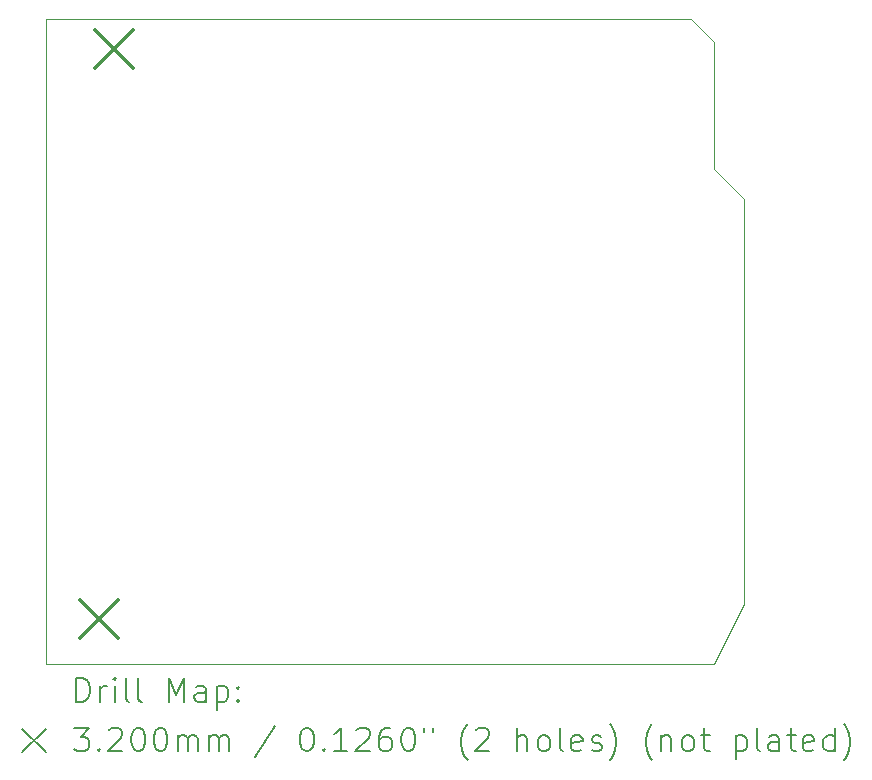
<source format=gbr>
%TF.GenerationSoftware,KiCad,Pcbnew,7.0.9*%
%TF.CreationDate,2023-12-13T08:08:03+01:00*%
%TF.ProjectId,Gas_Sensor,4761735f-5365-46e7-936f-722e6b696361,rev?*%
%TF.SameCoordinates,Original*%
%TF.FileFunction,Drillmap*%
%TF.FilePolarity,Positive*%
%FSLAX45Y45*%
G04 Gerber Fmt 4.5, Leading zero omitted, Abs format (unit mm)*
G04 Created by KiCad (PCBNEW 7.0.9) date 2023-12-13 08:08:03*
%MOMM*%
%LPD*%
G01*
G04 APERTURE LIST*
%ADD10C,0.100000*%
%ADD11C,0.200000*%
%ADD12C,0.320000*%
G04 APERTURE END LIST*
D10*
X9271000Y-1651000D02*
X9461500Y-1841500D01*
X9461500Y-1841500D02*
X9461500Y-2921000D01*
X3810000Y-1651000D02*
X3810000Y-6985000D01*
X3810000Y-7112000D02*
X3810000Y-6985000D01*
X9461500Y-7112000D02*
X3810000Y-7112000D01*
X3937000Y-1651000D02*
X3810000Y-1651000D01*
X9715500Y-3175000D02*
X9715500Y-6604000D01*
X9461500Y-2921000D02*
X9715500Y-3175000D01*
X9715500Y-6604000D02*
X9461500Y-7112000D01*
X3937000Y-1651000D02*
X9271000Y-1651000D01*
D11*
D12*
X4094500Y-6571000D02*
X4414500Y-6891000D01*
X4414500Y-6571000D02*
X4094500Y-6891000D01*
X4221500Y-1745000D02*
X4541500Y-2065000D01*
X4541500Y-1745000D02*
X4221500Y-2065000D01*
D11*
X4065777Y-7428484D02*
X4065777Y-7228484D01*
X4065777Y-7228484D02*
X4113396Y-7228484D01*
X4113396Y-7228484D02*
X4141967Y-7238008D01*
X4141967Y-7238008D02*
X4161015Y-7257055D01*
X4161015Y-7257055D02*
X4170539Y-7276103D01*
X4170539Y-7276103D02*
X4180062Y-7314198D01*
X4180062Y-7314198D02*
X4180062Y-7342769D01*
X4180062Y-7342769D02*
X4170539Y-7380865D01*
X4170539Y-7380865D02*
X4161015Y-7399912D01*
X4161015Y-7399912D02*
X4141967Y-7418960D01*
X4141967Y-7418960D02*
X4113396Y-7428484D01*
X4113396Y-7428484D02*
X4065777Y-7428484D01*
X4265777Y-7428484D02*
X4265777Y-7295150D01*
X4265777Y-7333246D02*
X4275301Y-7314198D01*
X4275301Y-7314198D02*
X4284824Y-7304674D01*
X4284824Y-7304674D02*
X4303872Y-7295150D01*
X4303872Y-7295150D02*
X4322920Y-7295150D01*
X4389586Y-7428484D02*
X4389586Y-7295150D01*
X4389586Y-7228484D02*
X4380063Y-7238008D01*
X4380063Y-7238008D02*
X4389586Y-7247531D01*
X4389586Y-7247531D02*
X4399110Y-7238008D01*
X4399110Y-7238008D02*
X4389586Y-7228484D01*
X4389586Y-7228484D02*
X4389586Y-7247531D01*
X4513396Y-7428484D02*
X4494348Y-7418960D01*
X4494348Y-7418960D02*
X4484824Y-7399912D01*
X4484824Y-7399912D02*
X4484824Y-7228484D01*
X4618158Y-7428484D02*
X4599110Y-7418960D01*
X4599110Y-7418960D02*
X4589586Y-7399912D01*
X4589586Y-7399912D02*
X4589586Y-7228484D01*
X4846729Y-7428484D02*
X4846729Y-7228484D01*
X4846729Y-7228484D02*
X4913396Y-7371341D01*
X4913396Y-7371341D02*
X4980063Y-7228484D01*
X4980063Y-7228484D02*
X4980063Y-7428484D01*
X5161015Y-7428484D02*
X5161015Y-7323722D01*
X5161015Y-7323722D02*
X5151491Y-7304674D01*
X5151491Y-7304674D02*
X5132444Y-7295150D01*
X5132444Y-7295150D02*
X5094348Y-7295150D01*
X5094348Y-7295150D02*
X5075301Y-7304674D01*
X5161015Y-7418960D02*
X5141967Y-7428484D01*
X5141967Y-7428484D02*
X5094348Y-7428484D01*
X5094348Y-7428484D02*
X5075301Y-7418960D01*
X5075301Y-7418960D02*
X5065777Y-7399912D01*
X5065777Y-7399912D02*
X5065777Y-7380865D01*
X5065777Y-7380865D02*
X5075301Y-7361817D01*
X5075301Y-7361817D02*
X5094348Y-7352293D01*
X5094348Y-7352293D02*
X5141967Y-7352293D01*
X5141967Y-7352293D02*
X5161015Y-7342769D01*
X5256253Y-7295150D02*
X5256253Y-7495150D01*
X5256253Y-7304674D02*
X5275301Y-7295150D01*
X5275301Y-7295150D02*
X5313396Y-7295150D01*
X5313396Y-7295150D02*
X5332444Y-7304674D01*
X5332444Y-7304674D02*
X5341967Y-7314198D01*
X5341967Y-7314198D02*
X5351491Y-7333246D01*
X5351491Y-7333246D02*
X5351491Y-7390388D01*
X5351491Y-7390388D02*
X5341967Y-7409436D01*
X5341967Y-7409436D02*
X5332444Y-7418960D01*
X5332444Y-7418960D02*
X5313396Y-7428484D01*
X5313396Y-7428484D02*
X5275301Y-7428484D01*
X5275301Y-7428484D02*
X5256253Y-7418960D01*
X5437205Y-7409436D02*
X5446729Y-7418960D01*
X5446729Y-7418960D02*
X5437205Y-7428484D01*
X5437205Y-7428484D02*
X5427682Y-7418960D01*
X5427682Y-7418960D02*
X5437205Y-7409436D01*
X5437205Y-7409436D02*
X5437205Y-7428484D01*
X5437205Y-7304674D02*
X5446729Y-7314198D01*
X5446729Y-7314198D02*
X5437205Y-7323722D01*
X5437205Y-7323722D02*
X5427682Y-7314198D01*
X5427682Y-7314198D02*
X5437205Y-7304674D01*
X5437205Y-7304674D02*
X5437205Y-7323722D01*
X3605000Y-7657000D02*
X3805000Y-7857000D01*
X3805000Y-7657000D02*
X3605000Y-7857000D01*
X4046729Y-7648484D02*
X4170539Y-7648484D01*
X4170539Y-7648484D02*
X4103872Y-7724674D01*
X4103872Y-7724674D02*
X4132443Y-7724674D01*
X4132443Y-7724674D02*
X4151491Y-7734198D01*
X4151491Y-7734198D02*
X4161015Y-7743722D01*
X4161015Y-7743722D02*
X4170539Y-7762769D01*
X4170539Y-7762769D02*
X4170539Y-7810388D01*
X4170539Y-7810388D02*
X4161015Y-7829436D01*
X4161015Y-7829436D02*
X4151491Y-7838960D01*
X4151491Y-7838960D02*
X4132443Y-7848484D01*
X4132443Y-7848484D02*
X4075301Y-7848484D01*
X4075301Y-7848484D02*
X4056253Y-7838960D01*
X4056253Y-7838960D02*
X4046729Y-7829436D01*
X4256253Y-7829436D02*
X4265777Y-7838960D01*
X4265777Y-7838960D02*
X4256253Y-7848484D01*
X4256253Y-7848484D02*
X4246729Y-7838960D01*
X4246729Y-7838960D02*
X4256253Y-7829436D01*
X4256253Y-7829436D02*
X4256253Y-7848484D01*
X4341967Y-7667531D02*
X4351491Y-7658008D01*
X4351491Y-7658008D02*
X4370539Y-7648484D01*
X4370539Y-7648484D02*
X4418158Y-7648484D01*
X4418158Y-7648484D02*
X4437205Y-7658008D01*
X4437205Y-7658008D02*
X4446729Y-7667531D01*
X4446729Y-7667531D02*
X4456253Y-7686579D01*
X4456253Y-7686579D02*
X4456253Y-7705627D01*
X4456253Y-7705627D02*
X4446729Y-7734198D01*
X4446729Y-7734198D02*
X4332444Y-7848484D01*
X4332444Y-7848484D02*
X4456253Y-7848484D01*
X4580063Y-7648484D02*
X4599110Y-7648484D01*
X4599110Y-7648484D02*
X4618158Y-7658008D01*
X4618158Y-7658008D02*
X4627682Y-7667531D01*
X4627682Y-7667531D02*
X4637205Y-7686579D01*
X4637205Y-7686579D02*
X4646729Y-7724674D01*
X4646729Y-7724674D02*
X4646729Y-7772293D01*
X4646729Y-7772293D02*
X4637205Y-7810388D01*
X4637205Y-7810388D02*
X4627682Y-7829436D01*
X4627682Y-7829436D02*
X4618158Y-7838960D01*
X4618158Y-7838960D02*
X4599110Y-7848484D01*
X4599110Y-7848484D02*
X4580063Y-7848484D01*
X4580063Y-7848484D02*
X4561015Y-7838960D01*
X4561015Y-7838960D02*
X4551491Y-7829436D01*
X4551491Y-7829436D02*
X4541967Y-7810388D01*
X4541967Y-7810388D02*
X4532444Y-7772293D01*
X4532444Y-7772293D02*
X4532444Y-7724674D01*
X4532444Y-7724674D02*
X4541967Y-7686579D01*
X4541967Y-7686579D02*
X4551491Y-7667531D01*
X4551491Y-7667531D02*
X4561015Y-7658008D01*
X4561015Y-7658008D02*
X4580063Y-7648484D01*
X4770539Y-7648484D02*
X4789586Y-7648484D01*
X4789586Y-7648484D02*
X4808634Y-7658008D01*
X4808634Y-7658008D02*
X4818158Y-7667531D01*
X4818158Y-7667531D02*
X4827682Y-7686579D01*
X4827682Y-7686579D02*
X4837205Y-7724674D01*
X4837205Y-7724674D02*
X4837205Y-7772293D01*
X4837205Y-7772293D02*
X4827682Y-7810388D01*
X4827682Y-7810388D02*
X4818158Y-7829436D01*
X4818158Y-7829436D02*
X4808634Y-7838960D01*
X4808634Y-7838960D02*
X4789586Y-7848484D01*
X4789586Y-7848484D02*
X4770539Y-7848484D01*
X4770539Y-7848484D02*
X4751491Y-7838960D01*
X4751491Y-7838960D02*
X4741967Y-7829436D01*
X4741967Y-7829436D02*
X4732444Y-7810388D01*
X4732444Y-7810388D02*
X4722920Y-7772293D01*
X4722920Y-7772293D02*
X4722920Y-7724674D01*
X4722920Y-7724674D02*
X4732444Y-7686579D01*
X4732444Y-7686579D02*
X4741967Y-7667531D01*
X4741967Y-7667531D02*
X4751491Y-7658008D01*
X4751491Y-7658008D02*
X4770539Y-7648484D01*
X4922920Y-7848484D02*
X4922920Y-7715150D01*
X4922920Y-7734198D02*
X4932444Y-7724674D01*
X4932444Y-7724674D02*
X4951491Y-7715150D01*
X4951491Y-7715150D02*
X4980063Y-7715150D01*
X4980063Y-7715150D02*
X4999110Y-7724674D01*
X4999110Y-7724674D02*
X5008634Y-7743722D01*
X5008634Y-7743722D02*
X5008634Y-7848484D01*
X5008634Y-7743722D02*
X5018158Y-7724674D01*
X5018158Y-7724674D02*
X5037205Y-7715150D01*
X5037205Y-7715150D02*
X5065777Y-7715150D01*
X5065777Y-7715150D02*
X5084825Y-7724674D01*
X5084825Y-7724674D02*
X5094348Y-7743722D01*
X5094348Y-7743722D02*
X5094348Y-7848484D01*
X5189586Y-7848484D02*
X5189586Y-7715150D01*
X5189586Y-7734198D02*
X5199110Y-7724674D01*
X5199110Y-7724674D02*
X5218158Y-7715150D01*
X5218158Y-7715150D02*
X5246729Y-7715150D01*
X5246729Y-7715150D02*
X5265777Y-7724674D01*
X5265777Y-7724674D02*
X5275301Y-7743722D01*
X5275301Y-7743722D02*
X5275301Y-7848484D01*
X5275301Y-7743722D02*
X5284825Y-7724674D01*
X5284825Y-7724674D02*
X5303872Y-7715150D01*
X5303872Y-7715150D02*
X5332444Y-7715150D01*
X5332444Y-7715150D02*
X5351491Y-7724674D01*
X5351491Y-7724674D02*
X5361015Y-7743722D01*
X5361015Y-7743722D02*
X5361015Y-7848484D01*
X5751491Y-7638960D02*
X5580063Y-7896103D01*
X6008634Y-7648484D02*
X6027682Y-7648484D01*
X6027682Y-7648484D02*
X6046729Y-7658008D01*
X6046729Y-7658008D02*
X6056253Y-7667531D01*
X6056253Y-7667531D02*
X6065777Y-7686579D01*
X6065777Y-7686579D02*
X6075301Y-7724674D01*
X6075301Y-7724674D02*
X6075301Y-7772293D01*
X6075301Y-7772293D02*
X6065777Y-7810388D01*
X6065777Y-7810388D02*
X6056253Y-7829436D01*
X6056253Y-7829436D02*
X6046729Y-7838960D01*
X6046729Y-7838960D02*
X6027682Y-7848484D01*
X6027682Y-7848484D02*
X6008634Y-7848484D01*
X6008634Y-7848484D02*
X5989586Y-7838960D01*
X5989586Y-7838960D02*
X5980063Y-7829436D01*
X5980063Y-7829436D02*
X5970539Y-7810388D01*
X5970539Y-7810388D02*
X5961015Y-7772293D01*
X5961015Y-7772293D02*
X5961015Y-7724674D01*
X5961015Y-7724674D02*
X5970539Y-7686579D01*
X5970539Y-7686579D02*
X5980063Y-7667531D01*
X5980063Y-7667531D02*
X5989586Y-7658008D01*
X5989586Y-7658008D02*
X6008634Y-7648484D01*
X6161015Y-7829436D02*
X6170539Y-7838960D01*
X6170539Y-7838960D02*
X6161015Y-7848484D01*
X6161015Y-7848484D02*
X6151491Y-7838960D01*
X6151491Y-7838960D02*
X6161015Y-7829436D01*
X6161015Y-7829436D02*
X6161015Y-7848484D01*
X6361015Y-7848484D02*
X6246729Y-7848484D01*
X6303872Y-7848484D02*
X6303872Y-7648484D01*
X6303872Y-7648484D02*
X6284825Y-7677055D01*
X6284825Y-7677055D02*
X6265777Y-7696103D01*
X6265777Y-7696103D02*
X6246729Y-7705627D01*
X6437206Y-7667531D02*
X6446729Y-7658008D01*
X6446729Y-7658008D02*
X6465777Y-7648484D01*
X6465777Y-7648484D02*
X6513396Y-7648484D01*
X6513396Y-7648484D02*
X6532444Y-7658008D01*
X6532444Y-7658008D02*
X6541967Y-7667531D01*
X6541967Y-7667531D02*
X6551491Y-7686579D01*
X6551491Y-7686579D02*
X6551491Y-7705627D01*
X6551491Y-7705627D02*
X6541967Y-7734198D01*
X6541967Y-7734198D02*
X6427682Y-7848484D01*
X6427682Y-7848484D02*
X6551491Y-7848484D01*
X6722920Y-7648484D02*
X6684825Y-7648484D01*
X6684825Y-7648484D02*
X6665777Y-7658008D01*
X6665777Y-7658008D02*
X6656253Y-7667531D01*
X6656253Y-7667531D02*
X6637206Y-7696103D01*
X6637206Y-7696103D02*
X6627682Y-7734198D01*
X6627682Y-7734198D02*
X6627682Y-7810388D01*
X6627682Y-7810388D02*
X6637206Y-7829436D01*
X6637206Y-7829436D02*
X6646729Y-7838960D01*
X6646729Y-7838960D02*
X6665777Y-7848484D01*
X6665777Y-7848484D02*
X6703872Y-7848484D01*
X6703872Y-7848484D02*
X6722920Y-7838960D01*
X6722920Y-7838960D02*
X6732444Y-7829436D01*
X6732444Y-7829436D02*
X6741967Y-7810388D01*
X6741967Y-7810388D02*
X6741967Y-7762769D01*
X6741967Y-7762769D02*
X6732444Y-7743722D01*
X6732444Y-7743722D02*
X6722920Y-7734198D01*
X6722920Y-7734198D02*
X6703872Y-7724674D01*
X6703872Y-7724674D02*
X6665777Y-7724674D01*
X6665777Y-7724674D02*
X6646729Y-7734198D01*
X6646729Y-7734198D02*
X6637206Y-7743722D01*
X6637206Y-7743722D02*
X6627682Y-7762769D01*
X6865777Y-7648484D02*
X6884825Y-7648484D01*
X6884825Y-7648484D02*
X6903872Y-7658008D01*
X6903872Y-7658008D02*
X6913396Y-7667531D01*
X6913396Y-7667531D02*
X6922920Y-7686579D01*
X6922920Y-7686579D02*
X6932444Y-7724674D01*
X6932444Y-7724674D02*
X6932444Y-7772293D01*
X6932444Y-7772293D02*
X6922920Y-7810388D01*
X6922920Y-7810388D02*
X6913396Y-7829436D01*
X6913396Y-7829436D02*
X6903872Y-7838960D01*
X6903872Y-7838960D02*
X6884825Y-7848484D01*
X6884825Y-7848484D02*
X6865777Y-7848484D01*
X6865777Y-7848484D02*
X6846729Y-7838960D01*
X6846729Y-7838960D02*
X6837206Y-7829436D01*
X6837206Y-7829436D02*
X6827682Y-7810388D01*
X6827682Y-7810388D02*
X6818158Y-7772293D01*
X6818158Y-7772293D02*
X6818158Y-7724674D01*
X6818158Y-7724674D02*
X6827682Y-7686579D01*
X6827682Y-7686579D02*
X6837206Y-7667531D01*
X6837206Y-7667531D02*
X6846729Y-7658008D01*
X6846729Y-7658008D02*
X6865777Y-7648484D01*
X7008634Y-7648484D02*
X7008634Y-7686579D01*
X7084825Y-7648484D02*
X7084825Y-7686579D01*
X7380063Y-7924674D02*
X7370539Y-7915150D01*
X7370539Y-7915150D02*
X7351491Y-7886579D01*
X7351491Y-7886579D02*
X7341968Y-7867531D01*
X7341968Y-7867531D02*
X7332444Y-7838960D01*
X7332444Y-7838960D02*
X7322920Y-7791341D01*
X7322920Y-7791341D02*
X7322920Y-7753246D01*
X7322920Y-7753246D02*
X7332444Y-7705627D01*
X7332444Y-7705627D02*
X7341968Y-7677055D01*
X7341968Y-7677055D02*
X7351491Y-7658008D01*
X7351491Y-7658008D02*
X7370539Y-7629436D01*
X7370539Y-7629436D02*
X7380063Y-7619912D01*
X7446729Y-7667531D02*
X7456253Y-7658008D01*
X7456253Y-7658008D02*
X7475301Y-7648484D01*
X7475301Y-7648484D02*
X7522920Y-7648484D01*
X7522920Y-7648484D02*
X7541968Y-7658008D01*
X7541968Y-7658008D02*
X7551491Y-7667531D01*
X7551491Y-7667531D02*
X7561015Y-7686579D01*
X7561015Y-7686579D02*
X7561015Y-7705627D01*
X7561015Y-7705627D02*
X7551491Y-7734198D01*
X7551491Y-7734198D02*
X7437206Y-7848484D01*
X7437206Y-7848484D02*
X7561015Y-7848484D01*
X7799110Y-7848484D02*
X7799110Y-7648484D01*
X7884825Y-7848484D02*
X7884825Y-7743722D01*
X7884825Y-7743722D02*
X7875301Y-7724674D01*
X7875301Y-7724674D02*
X7856253Y-7715150D01*
X7856253Y-7715150D02*
X7827682Y-7715150D01*
X7827682Y-7715150D02*
X7808634Y-7724674D01*
X7808634Y-7724674D02*
X7799110Y-7734198D01*
X8008634Y-7848484D02*
X7989587Y-7838960D01*
X7989587Y-7838960D02*
X7980063Y-7829436D01*
X7980063Y-7829436D02*
X7970539Y-7810388D01*
X7970539Y-7810388D02*
X7970539Y-7753246D01*
X7970539Y-7753246D02*
X7980063Y-7734198D01*
X7980063Y-7734198D02*
X7989587Y-7724674D01*
X7989587Y-7724674D02*
X8008634Y-7715150D01*
X8008634Y-7715150D02*
X8037206Y-7715150D01*
X8037206Y-7715150D02*
X8056253Y-7724674D01*
X8056253Y-7724674D02*
X8065777Y-7734198D01*
X8065777Y-7734198D02*
X8075301Y-7753246D01*
X8075301Y-7753246D02*
X8075301Y-7810388D01*
X8075301Y-7810388D02*
X8065777Y-7829436D01*
X8065777Y-7829436D02*
X8056253Y-7838960D01*
X8056253Y-7838960D02*
X8037206Y-7848484D01*
X8037206Y-7848484D02*
X8008634Y-7848484D01*
X8189587Y-7848484D02*
X8170539Y-7838960D01*
X8170539Y-7838960D02*
X8161015Y-7819912D01*
X8161015Y-7819912D02*
X8161015Y-7648484D01*
X8341968Y-7838960D02*
X8322920Y-7848484D01*
X8322920Y-7848484D02*
X8284825Y-7848484D01*
X8284825Y-7848484D02*
X8265777Y-7838960D01*
X8265777Y-7838960D02*
X8256253Y-7819912D01*
X8256253Y-7819912D02*
X8256253Y-7743722D01*
X8256253Y-7743722D02*
X8265777Y-7724674D01*
X8265777Y-7724674D02*
X8284825Y-7715150D01*
X8284825Y-7715150D02*
X8322920Y-7715150D01*
X8322920Y-7715150D02*
X8341968Y-7724674D01*
X8341968Y-7724674D02*
X8351491Y-7743722D01*
X8351491Y-7743722D02*
X8351491Y-7762769D01*
X8351491Y-7762769D02*
X8256253Y-7781817D01*
X8427682Y-7838960D02*
X8446730Y-7848484D01*
X8446730Y-7848484D02*
X8484825Y-7848484D01*
X8484825Y-7848484D02*
X8503873Y-7838960D01*
X8503873Y-7838960D02*
X8513396Y-7819912D01*
X8513396Y-7819912D02*
X8513396Y-7810388D01*
X8513396Y-7810388D02*
X8503873Y-7791341D01*
X8503873Y-7791341D02*
X8484825Y-7781817D01*
X8484825Y-7781817D02*
X8456253Y-7781817D01*
X8456253Y-7781817D02*
X8437206Y-7772293D01*
X8437206Y-7772293D02*
X8427682Y-7753246D01*
X8427682Y-7753246D02*
X8427682Y-7743722D01*
X8427682Y-7743722D02*
X8437206Y-7724674D01*
X8437206Y-7724674D02*
X8456253Y-7715150D01*
X8456253Y-7715150D02*
X8484825Y-7715150D01*
X8484825Y-7715150D02*
X8503873Y-7724674D01*
X8580063Y-7924674D02*
X8589587Y-7915150D01*
X8589587Y-7915150D02*
X8608634Y-7886579D01*
X8608634Y-7886579D02*
X8618158Y-7867531D01*
X8618158Y-7867531D02*
X8627682Y-7838960D01*
X8627682Y-7838960D02*
X8637206Y-7791341D01*
X8637206Y-7791341D02*
X8637206Y-7753246D01*
X8637206Y-7753246D02*
X8627682Y-7705627D01*
X8627682Y-7705627D02*
X8618158Y-7677055D01*
X8618158Y-7677055D02*
X8608634Y-7658008D01*
X8608634Y-7658008D02*
X8589587Y-7629436D01*
X8589587Y-7629436D02*
X8580063Y-7619912D01*
X8941968Y-7924674D02*
X8932444Y-7915150D01*
X8932444Y-7915150D02*
X8913396Y-7886579D01*
X8913396Y-7886579D02*
X8903873Y-7867531D01*
X8903873Y-7867531D02*
X8894349Y-7838960D01*
X8894349Y-7838960D02*
X8884825Y-7791341D01*
X8884825Y-7791341D02*
X8884825Y-7753246D01*
X8884825Y-7753246D02*
X8894349Y-7705627D01*
X8894349Y-7705627D02*
X8903873Y-7677055D01*
X8903873Y-7677055D02*
X8913396Y-7658008D01*
X8913396Y-7658008D02*
X8932444Y-7629436D01*
X8932444Y-7629436D02*
X8941968Y-7619912D01*
X9018158Y-7715150D02*
X9018158Y-7848484D01*
X9018158Y-7734198D02*
X9027682Y-7724674D01*
X9027682Y-7724674D02*
X9046730Y-7715150D01*
X9046730Y-7715150D02*
X9075301Y-7715150D01*
X9075301Y-7715150D02*
X9094349Y-7724674D01*
X9094349Y-7724674D02*
X9103873Y-7743722D01*
X9103873Y-7743722D02*
X9103873Y-7848484D01*
X9227682Y-7848484D02*
X9208634Y-7838960D01*
X9208634Y-7838960D02*
X9199111Y-7829436D01*
X9199111Y-7829436D02*
X9189587Y-7810388D01*
X9189587Y-7810388D02*
X9189587Y-7753246D01*
X9189587Y-7753246D02*
X9199111Y-7734198D01*
X9199111Y-7734198D02*
X9208634Y-7724674D01*
X9208634Y-7724674D02*
X9227682Y-7715150D01*
X9227682Y-7715150D02*
X9256254Y-7715150D01*
X9256254Y-7715150D02*
X9275301Y-7724674D01*
X9275301Y-7724674D02*
X9284825Y-7734198D01*
X9284825Y-7734198D02*
X9294349Y-7753246D01*
X9294349Y-7753246D02*
X9294349Y-7810388D01*
X9294349Y-7810388D02*
X9284825Y-7829436D01*
X9284825Y-7829436D02*
X9275301Y-7838960D01*
X9275301Y-7838960D02*
X9256254Y-7848484D01*
X9256254Y-7848484D02*
X9227682Y-7848484D01*
X9351492Y-7715150D02*
X9427682Y-7715150D01*
X9380063Y-7648484D02*
X9380063Y-7819912D01*
X9380063Y-7819912D02*
X9389587Y-7838960D01*
X9389587Y-7838960D02*
X9408634Y-7848484D01*
X9408634Y-7848484D02*
X9427682Y-7848484D01*
X9646730Y-7715150D02*
X9646730Y-7915150D01*
X9646730Y-7724674D02*
X9665777Y-7715150D01*
X9665777Y-7715150D02*
X9703873Y-7715150D01*
X9703873Y-7715150D02*
X9722920Y-7724674D01*
X9722920Y-7724674D02*
X9732444Y-7734198D01*
X9732444Y-7734198D02*
X9741968Y-7753246D01*
X9741968Y-7753246D02*
X9741968Y-7810388D01*
X9741968Y-7810388D02*
X9732444Y-7829436D01*
X9732444Y-7829436D02*
X9722920Y-7838960D01*
X9722920Y-7838960D02*
X9703873Y-7848484D01*
X9703873Y-7848484D02*
X9665777Y-7848484D01*
X9665777Y-7848484D02*
X9646730Y-7838960D01*
X9856254Y-7848484D02*
X9837206Y-7838960D01*
X9837206Y-7838960D02*
X9827682Y-7819912D01*
X9827682Y-7819912D02*
X9827682Y-7648484D01*
X10018158Y-7848484D02*
X10018158Y-7743722D01*
X10018158Y-7743722D02*
X10008635Y-7724674D01*
X10008635Y-7724674D02*
X9989587Y-7715150D01*
X9989587Y-7715150D02*
X9951492Y-7715150D01*
X9951492Y-7715150D02*
X9932444Y-7724674D01*
X10018158Y-7838960D02*
X9999111Y-7848484D01*
X9999111Y-7848484D02*
X9951492Y-7848484D01*
X9951492Y-7848484D02*
X9932444Y-7838960D01*
X9932444Y-7838960D02*
X9922920Y-7819912D01*
X9922920Y-7819912D02*
X9922920Y-7800865D01*
X9922920Y-7800865D02*
X9932444Y-7781817D01*
X9932444Y-7781817D02*
X9951492Y-7772293D01*
X9951492Y-7772293D02*
X9999111Y-7772293D01*
X9999111Y-7772293D02*
X10018158Y-7762769D01*
X10084825Y-7715150D02*
X10161015Y-7715150D01*
X10113396Y-7648484D02*
X10113396Y-7819912D01*
X10113396Y-7819912D02*
X10122920Y-7838960D01*
X10122920Y-7838960D02*
X10141968Y-7848484D01*
X10141968Y-7848484D02*
X10161015Y-7848484D01*
X10303873Y-7838960D02*
X10284825Y-7848484D01*
X10284825Y-7848484D02*
X10246730Y-7848484D01*
X10246730Y-7848484D02*
X10227682Y-7838960D01*
X10227682Y-7838960D02*
X10218158Y-7819912D01*
X10218158Y-7819912D02*
X10218158Y-7743722D01*
X10218158Y-7743722D02*
X10227682Y-7724674D01*
X10227682Y-7724674D02*
X10246730Y-7715150D01*
X10246730Y-7715150D02*
X10284825Y-7715150D01*
X10284825Y-7715150D02*
X10303873Y-7724674D01*
X10303873Y-7724674D02*
X10313396Y-7743722D01*
X10313396Y-7743722D02*
X10313396Y-7762769D01*
X10313396Y-7762769D02*
X10218158Y-7781817D01*
X10484825Y-7848484D02*
X10484825Y-7648484D01*
X10484825Y-7838960D02*
X10465777Y-7848484D01*
X10465777Y-7848484D02*
X10427682Y-7848484D01*
X10427682Y-7848484D02*
X10408635Y-7838960D01*
X10408635Y-7838960D02*
X10399111Y-7829436D01*
X10399111Y-7829436D02*
X10389587Y-7810388D01*
X10389587Y-7810388D02*
X10389587Y-7753246D01*
X10389587Y-7753246D02*
X10399111Y-7734198D01*
X10399111Y-7734198D02*
X10408635Y-7724674D01*
X10408635Y-7724674D02*
X10427682Y-7715150D01*
X10427682Y-7715150D02*
X10465777Y-7715150D01*
X10465777Y-7715150D02*
X10484825Y-7724674D01*
X10561016Y-7924674D02*
X10570539Y-7915150D01*
X10570539Y-7915150D02*
X10589587Y-7886579D01*
X10589587Y-7886579D02*
X10599111Y-7867531D01*
X10599111Y-7867531D02*
X10608635Y-7838960D01*
X10608635Y-7838960D02*
X10618158Y-7791341D01*
X10618158Y-7791341D02*
X10618158Y-7753246D01*
X10618158Y-7753246D02*
X10608635Y-7705627D01*
X10608635Y-7705627D02*
X10599111Y-7677055D01*
X10599111Y-7677055D02*
X10589587Y-7658008D01*
X10589587Y-7658008D02*
X10570539Y-7629436D01*
X10570539Y-7629436D02*
X10561016Y-7619912D01*
M02*

</source>
